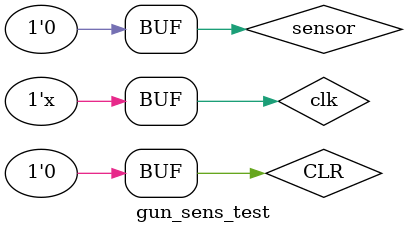
<source format=v>
`timescale 1ns / 1ps


module gun_sens_test;

	// Inputs
	reg clk;
	reg CLR;
	reg sensor;

	// Outputs
	wire hit;

	// Instantiate the Unit Under Test (UUT)
	sensor uut (
		.clk(clk), 
		.CLR(CLR), 
		.sensor(sensor), 
		.hit(hit)
	);

	initial begin
		// Initialize Inputs
		clk = 0;
		CLR = 0;
		sensor = 0;
		
		
		// Wait 100 ns for global reset to finish
		#100;
		
		CLR = 1;
		#10 CLR = 0;
		
		#10;
		sensor = 1;
		#10 sensor = 0;
		#1 sensor =1;
		#1 sensor = 0;
		#1 sensor =1;
		#1 sensor = 0;
		#1 sensor =1;
		#1 sensor = 0;
		#1 sensor =1;
		#1 sensor = 0;
		#1 sensor =1;
		#1 sensor = 0;
		#1 sensor =1;
		#1 sensor = 0;
		#1 sensor =1;
		#2 sensor = 0;
		#2 sensor =1;
		#2 sensor = 0;
		#2 sensor =1;
		#2 sensor = 0;
		
        
		// Add stimulus here

	end
	
	always
		#1 clk = ~clk;
      
endmodule


</source>
